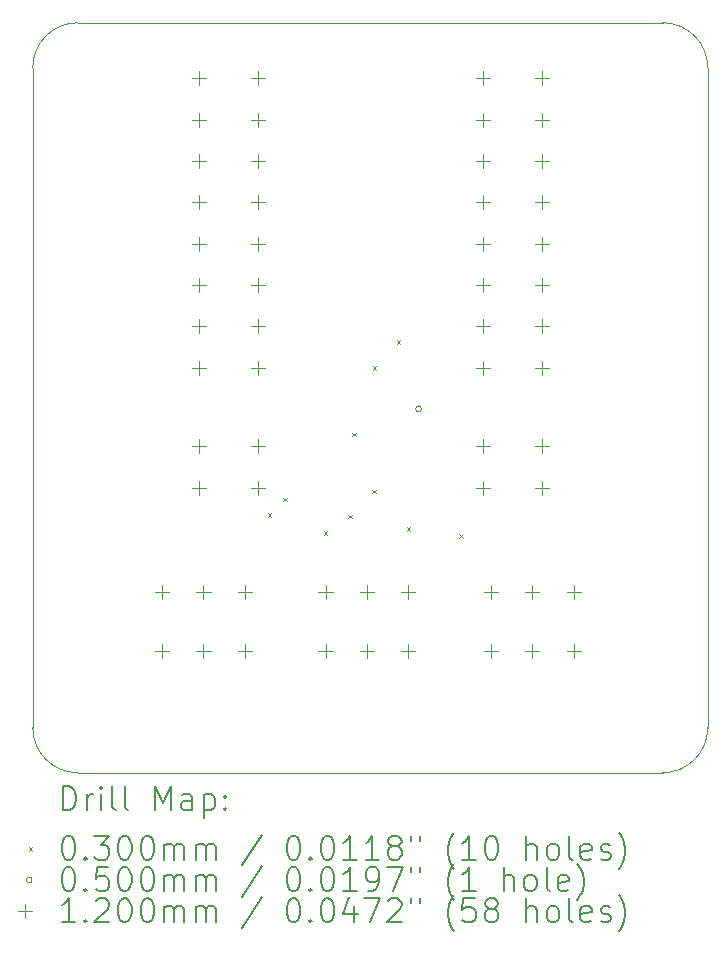
<source format=gbr>
%TF.GenerationSoftware,KiCad,Pcbnew,9.0.0*%
%TF.CreationDate,2025-02-28T23:24:24-08:00*%
%TF.ProjectId,Constellation STAR UAF V1.1,436f6e73-7465-46c6-9c61-74696f6e2053,rev?*%
%TF.SameCoordinates,Original*%
%TF.FileFunction,Drillmap*%
%TF.FilePolarity,Positive*%
%FSLAX45Y45*%
G04 Gerber Fmt 4.5, Leading zero omitted, Abs format (unit mm)*
G04 Created by KiCad (PCBNEW 9.0.0) date 2025-02-28 23:24:24*
%MOMM*%
%LPD*%
G01*
G04 APERTURE LIST*
%ADD10C,0.100000*%
%ADD11C,0.200000*%
%ADD12C,0.120000*%
G04 APERTURE END LIST*
D10*
X2540000Y-8509000D02*
X2540000Y-2921000D01*
X2921000Y-8890000D02*
G75*
G02*
X2540000Y-8509000I0J381000D01*
G01*
X8255000Y-8509000D02*
G75*
G02*
X7874000Y-8890000I-381000J0D01*
G01*
X2540000Y-2921000D02*
G75*
G02*
X2921000Y-2540000I381000J0D01*
G01*
X7874000Y-8890000D02*
X2921000Y-8890000D01*
X8255000Y-2921000D02*
X8255000Y-8509000D01*
X7874000Y-2540000D02*
G75*
G02*
X8255000Y-2921000I0J-381000D01*
G01*
X2921000Y-2540000D02*
X7874000Y-2540000D01*
D11*
D10*
X4530093Y-6692907D02*
X4560093Y-6722907D01*
X4560093Y-6692907D02*
X4530093Y-6722907D01*
X4660907Y-6562093D02*
X4690907Y-6592093D01*
X4690907Y-6562093D02*
X4660907Y-6592093D01*
X5004000Y-6845000D02*
X5034000Y-6875000D01*
X5034000Y-6845000D02*
X5004000Y-6875000D01*
X5212000Y-6705000D02*
X5242000Y-6735000D01*
X5242000Y-6705000D02*
X5212000Y-6735000D01*
X5246000Y-6013000D02*
X5276000Y-6043000D01*
X5276000Y-6013000D02*
X5246000Y-6043000D01*
X5413000Y-6494000D02*
X5443000Y-6524000D01*
X5443000Y-6494000D02*
X5413000Y-6524000D01*
X5419000Y-5447000D02*
X5449000Y-5477000D01*
X5449000Y-5447000D02*
X5419000Y-5477000D01*
X5621000Y-5228000D02*
X5651000Y-5258000D01*
X5651000Y-5228000D02*
X5621000Y-5258000D01*
X5705000Y-6811000D02*
X5735000Y-6841000D01*
X5735000Y-6811000D02*
X5705000Y-6841000D01*
X6150000Y-6870000D02*
X6180000Y-6900000D01*
X6180000Y-6870000D02*
X6150000Y-6900000D01*
X5831000Y-5809000D02*
G75*
G02*
X5781000Y-5809000I-25000J0D01*
G01*
X5781000Y-5809000D02*
G75*
G02*
X5831000Y-5809000I25000J0D01*
G01*
D12*
X3635000Y-7298000D02*
X3635000Y-7418000D01*
X3575000Y-7358000D02*
X3695000Y-7358000D01*
X3635000Y-7798000D02*
X3635000Y-7918000D01*
X3575000Y-7858000D02*
X3695000Y-7858000D01*
X3945000Y-2950999D02*
X3945000Y-3070999D01*
X3885000Y-3010999D02*
X4005000Y-3010999D01*
X3945000Y-3651000D02*
X3945000Y-3771000D01*
X3885000Y-3711000D02*
X4005000Y-3711000D01*
X3945000Y-4001000D02*
X3945000Y-4121000D01*
X3885000Y-4061000D02*
X4005000Y-4061000D01*
X3945000Y-4351000D02*
X3945000Y-4471000D01*
X3885000Y-4411000D02*
X4005000Y-4411000D01*
X3945000Y-4701000D02*
X3945000Y-4821000D01*
X3885000Y-4761000D02*
X4005000Y-4761000D01*
X3945000Y-5051000D02*
X3945000Y-5171000D01*
X3885000Y-5111000D02*
X4005000Y-5111000D01*
X3945000Y-5401000D02*
X3945000Y-5521000D01*
X3885000Y-5461000D02*
X4005000Y-5461000D01*
X3945000Y-6067000D02*
X3945000Y-6187000D01*
X3885000Y-6127000D02*
X4005000Y-6127000D01*
X3945000Y-6417000D02*
X3945000Y-6537000D01*
X3885000Y-6477000D02*
X4005000Y-6477000D01*
X3945000Y-3301000D02*
X3945000Y-3421000D01*
X3885000Y-3361000D02*
X4005000Y-3361000D01*
X3985000Y-7298000D02*
X3985000Y-7418000D01*
X3925000Y-7358000D02*
X4045000Y-7358000D01*
X3985000Y-7798000D02*
X3985000Y-7918000D01*
X3925000Y-7858000D02*
X4045000Y-7858000D01*
X4335000Y-7298000D02*
X4335000Y-7418000D01*
X4275000Y-7358000D02*
X4395000Y-7358000D01*
X4335000Y-7798000D02*
X4335000Y-7918000D01*
X4275000Y-7858000D02*
X4395000Y-7858000D01*
X4445000Y-2950999D02*
X4445000Y-3070999D01*
X4385000Y-3010999D02*
X4505000Y-3010999D01*
X4445000Y-3300999D02*
X4445000Y-3420999D01*
X4385000Y-3360999D02*
X4505000Y-3360999D01*
X4445000Y-3651000D02*
X4445000Y-3771000D01*
X4385000Y-3711000D02*
X4505000Y-3711000D01*
X4445000Y-4001000D02*
X4445000Y-4121000D01*
X4385000Y-4061000D02*
X4505000Y-4061000D01*
X4445000Y-4351000D02*
X4445000Y-4471000D01*
X4385000Y-4411000D02*
X4505000Y-4411000D01*
X4445000Y-4701000D02*
X4445000Y-4821000D01*
X4385000Y-4761000D02*
X4505000Y-4761000D01*
X4445000Y-5051000D02*
X4445000Y-5171000D01*
X4385000Y-5111000D02*
X4505000Y-5111000D01*
X4445000Y-5401000D02*
X4445000Y-5521000D01*
X4385000Y-5461000D02*
X4505000Y-5461000D01*
X4445000Y-6067000D02*
X4445000Y-6187000D01*
X4385000Y-6127000D02*
X4505000Y-6127000D01*
X4445000Y-6417000D02*
X4445000Y-6537000D01*
X4385000Y-6477000D02*
X4505000Y-6477000D01*
X5019000Y-7298000D02*
X5019000Y-7418000D01*
X4959000Y-7358000D02*
X5079000Y-7358000D01*
X5019000Y-7798000D02*
X5019000Y-7918000D01*
X4959000Y-7858000D02*
X5079000Y-7858000D01*
X5369000Y-7298000D02*
X5369000Y-7418000D01*
X5309000Y-7358000D02*
X5429000Y-7358000D01*
X5369000Y-7798000D02*
X5369000Y-7918000D01*
X5309000Y-7858000D02*
X5429000Y-7858000D01*
X5719000Y-7298000D02*
X5719000Y-7418000D01*
X5659000Y-7358000D02*
X5779000Y-7358000D01*
X5719000Y-7798000D02*
X5719000Y-7918000D01*
X5659000Y-7858000D02*
X5779000Y-7858000D01*
X6350000Y-2950999D02*
X6350000Y-3070999D01*
X6290000Y-3010999D02*
X6410000Y-3010999D01*
X6350000Y-3301000D02*
X6350000Y-3421000D01*
X6290000Y-3361000D02*
X6410000Y-3361000D01*
X6350000Y-3651000D02*
X6350000Y-3771000D01*
X6290000Y-3711000D02*
X6410000Y-3711000D01*
X6350000Y-4001000D02*
X6350000Y-4121000D01*
X6290000Y-4061000D02*
X6410000Y-4061000D01*
X6350000Y-4351000D02*
X6350000Y-4471000D01*
X6290000Y-4411000D02*
X6410000Y-4411000D01*
X6350000Y-4701000D02*
X6350000Y-4821000D01*
X6290000Y-4761000D02*
X6410000Y-4761000D01*
X6350000Y-5051000D02*
X6350000Y-5171000D01*
X6290000Y-5111000D02*
X6410000Y-5111000D01*
X6350000Y-5401000D02*
X6350000Y-5521000D01*
X6290000Y-5461000D02*
X6410000Y-5461000D01*
X6350000Y-6067000D02*
X6350000Y-6187000D01*
X6290000Y-6127000D02*
X6410000Y-6127000D01*
X6350000Y-6417000D02*
X6350000Y-6537000D01*
X6290000Y-6477000D02*
X6410000Y-6477000D01*
X6419500Y-7298000D02*
X6419500Y-7418000D01*
X6359500Y-7358000D02*
X6479500Y-7358000D01*
X6419500Y-7798000D02*
X6419500Y-7918000D01*
X6359500Y-7858000D02*
X6479500Y-7858000D01*
X6769500Y-7298000D02*
X6769500Y-7418000D01*
X6709500Y-7358000D02*
X6829500Y-7358000D01*
X6769500Y-7798000D02*
X6769500Y-7918000D01*
X6709500Y-7858000D02*
X6829500Y-7858000D01*
X6850000Y-5051000D02*
X6850000Y-5171000D01*
X6790000Y-5111000D02*
X6910000Y-5111000D01*
X6850000Y-2950999D02*
X6850000Y-3070999D01*
X6790000Y-3010999D02*
X6910000Y-3010999D01*
X6850000Y-3301000D02*
X6850000Y-3421000D01*
X6790000Y-3361000D02*
X6910000Y-3361000D01*
X6850000Y-3651000D02*
X6850000Y-3771000D01*
X6790000Y-3711000D02*
X6910000Y-3711000D01*
X6850000Y-4001000D02*
X6850000Y-4121000D01*
X6790000Y-4061000D02*
X6910000Y-4061000D01*
X6850000Y-4351000D02*
X6850000Y-4471000D01*
X6790000Y-4411000D02*
X6910000Y-4411000D01*
X6850000Y-4701000D02*
X6850000Y-4821000D01*
X6790000Y-4761000D02*
X6910000Y-4761000D01*
X6850000Y-5401000D02*
X6850000Y-5521000D01*
X6790000Y-5461000D02*
X6910000Y-5461000D01*
X6850000Y-6067000D02*
X6850000Y-6187000D01*
X6790000Y-6127000D02*
X6910000Y-6127000D01*
X6850000Y-6417000D02*
X6850000Y-6537000D01*
X6790000Y-6477000D02*
X6910000Y-6477000D01*
X7119500Y-7298000D02*
X7119500Y-7418000D01*
X7059500Y-7358000D02*
X7179500Y-7358000D01*
X7119500Y-7798000D02*
X7119500Y-7918000D01*
X7059500Y-7858000D02*
X7179500Y-7858000D01*
D11*
X2795777Y-9206484D02*
X2795777Y-9006484D01*
X2795777Y-9006484D02*
X2843396Y-9006484D01*
X2843396Y-9006484D02*
X2871967Y-9016008D01*
X2871967Y-9016008D02*
X2891015Y-9035055D01*
X2891015Y-9035055D02*
X2900539Y-9054103D01*
X2900539Y-9054103D02*
X2910062Y-9092198D01*
X2910062Y-9092198D02*
X2910062Y-9120770D01*
X2910062Y-9120770D02*
X2900539Y-9158865D01*
X2900539Y-9158865D02*
X2891015Y-9177912D01*
X2891015Y-9177912D02*
X2871967Y-9196960D01*
X2871967Y-9196960D02*
X2843396Y-9206484D01*
X2843396Y-9206484D02*
X2795777Y-9206484D01*
X2995777Y-9206484D02*
X2995777Y-9073150D01*
X2995777Y-9111246D02*
X3005301Y-9092198D01*
X3005301Y-9092198D02*
X3014824Y-9082674D01*
X3014824Y-9082674D02*
X3033872Y-9073150D01*
X3033872Y-9073150D02*
X3052920Y-9073150D01*
X3119586Y-9206484D02*
X3119586Y-9073150D01*
X3119586Y-9006484D02*
X3110062Y-9016008D01*
X3110062Y-9016008D02*
X3119586Y-9025531D01*
X3119586Y-9025531D02*
X3129110Y-9016008D01*
X3129110Y-9016008D02*
X3119586Y-9006484D01*
X3119586Y-9006484D02*
X3119586Y-9025531D01*
X3243396Y-9206484D02*
X3224348Y-9196960D01*
X3224348Y-9196960D02*
X3214824Y-9177912D01*
X3214824Y-9177912D02*
X3214824Y-9006484D01*
X3348158Y-9206484D02*
X3329110Y-9196960D01*
X3329110Y-9196960D02*
X3319586Y-9177912D01*
X3319586Y-9177912D02*
X3319586Y-9006484D01*
X3576729Y-9206484D02*
X3576729Y-9006484D01*
X3576729Y-9006484D02*
X3643396Y-9149341D01*
X3643396Y-9149341D02*
X3710062Y-9006484D01*
X3710062Y-9006484D02*
X3710062Y-9206484D01*
X3891015Y-9206484D02*
X3891015Y-9101722D01*
X3891015Y-9101722D02*
X3881491Y-9082674D01*
X3881491Y-9082674D02*
X3862443Y-9073150D01*
X3862443Y-9073150D02*
X3824348Y-9073150D01*
X3824348Y-9073150D02*
X3805301Y-9082674D01*
X3891015Y-9196960D02*
X3871967Y-9206484D01*
X3871967Y-9206484D02*
X3824348Y-9206484D01*
X3824348Y-9206484D02*
X3805301Y-9196960D01*
X3805301Y-9196960D02*
X3795777Y-9177912D01*
X3795777Y-9177912D02*
X3795777Y-9158865D01*
X3795777Y-9158865D02*
X3805301Y-9139817D01*
X3805301Y-9139817D02*
X3824348Y-9130293D01*
X3824348Y-9130293D02*
X3871967Y-9130293D01*
X3871967Y-9130293D02*
X3891015Y-9120770D01*
X3986253Y-9073150D02*
X3986253Y-9273150D01*
X3986253Y-9082674D02*
X4005301Y-9073150D01*
X4005301Y-9073150D02*
X4043396Y-9073150D01*
X4043396Y-9073150D02*
X4062443Y-9082674D01*
X4062443Y-9082674D02*
X4071967Y-9092198D01*
X4071967Y-9092198D02*
X4081491Y-9111246D01*
X4081491Y-9111246D02*
X4081491Y-9168389D01*
X4081491Y-9168389D02*
X4071967Y-9187436D01*
X4071967Y-9187436D02*
X4062443Y-9196960D01*
X4062443Y-9196960D02*
X4043396Y-9206484D01*
X4043396Y-9206484D02*
X4005301Y-9206484D01*
X4005301Y-9206484D02*
X3986253Y-9196960D01*
X4167205Y-9187436D02*
X4176729Y-9196960D01*
X4176729Y-9196960D02*
X4167205Y-9206484D01*
X4167205Y-9206484D02*
X4157682Y-9196960D01*
X4157682Y-9196960D02*
X4167205Y-9187436D01*
X4167205Y-9187436D02*
X4167205Y-9206484D01*
X4167205Y-9082674D02*
X4176729Y-9092198D01*
X4176729Y-9092198D02*
X4167205Y-9101722D01*
X4167205Y-9101722D02*
X4157682Y-9092198D01*
X4157682Y-9092198D02*
X4167205Y-9082674D01*
X4167205Y-9082674D02*
X4167205Y-9101722D01*
D10*
X2505000Y-9520000D02*
X2535000Y-9550000D01*
X2535000Y-9520000D02*
X2505000Y-9550000D01*
D11*
X2833872Y-9426484D02*
X2852920Y-9426484D01*
X2852920Y-9426484D02*
X2871967Y-9436008D01*
X2871967Y-9436008D02*
X2881491Y-9445531D01*
X2881491Y-9445531D02*
X2891015Y-9464579D01*
X2891015Y-9464579D02*
X2900539Y-9502674D01*
X2900539Y-9502674D02*
X2900539Y-9550293D01*
X2900539Y-9550293D02*
X2891015Y-9588389D01*
X2891015Y-9588389D02*
X2881491Y-9607436D01*
X2881491Y-9607436D02*
X2871967Y-9616960D01*
X2871967Y-9616960D02*
X2852920Y-9626484D01*
X2852920Y-9626484D02*
X2833872Y-9626484D01*
X2833872Y-9626484D02*
X2814824Y-9616960D01*
X2814824Y-9616960D02*
X2805301Y-9607436D01*
X2805301Y-9607436D02*
X2795777Y-9588389D01*
X2795777Y-9588389D02*
X2786253Y-9550293D01*
X2786253Y-9550293D02*
X2786253Y-9502674D01*
X2786253Y-9502674D02*
X2795777Y-9464579D01*
X2795777Y-9464579D02*
X2805301Y-9445531D01*
X2805301Y-9445531D02*
X2814824Y-9436008D01*
X2814824Y-9436008D02*
X2833872Y-9426484D01*
X2986253Y-9607436D02*
X2995777Y-9616960D01*
X2995777Y-9616960D02*
X2986253Y-9626484D01*
X2986253Y-9626484D02*
X2976729Y-9616960D01*
X2976729Y-9616960D02*
X2986253Y-9607436D01*
X2986253Y-9607436D02*
X2986253Y-9626484D01*
X3062443Y-9426484D02*
X3186253Y-9426484D01*
X3186253Y-9426484D02*
X3119586Y-9502674D01*
X3119586Y-9502674D02*
X3148158Y-9502674D01*
X3148158Y-9502674D02*
X3167205Y-9512198D01*
X3167205Y-9512198D02*
X3176729Y-9521722D01*
X3176729Y-9521722D02*
X3186253Y-9540770D01*
X3186253Y-9540770D02*
X3186253Y-9588389D01*
X3186253Y-9588389D02*
X3176729Y-9607436D01*
X3176729Y-9607436D02*
X3167205Y-9616960D01*
X3167205Y-9616960D02*
X3148158Y-9626484D01*
X3148158Y-9626484D02*
X3091015Y-9626484D01*
X3091015Y-9626484D02*
X3071967Y-9616960D01*
X3071967Y-9616960D02*
X3062443Y-9607436D01*
X3310062Y-9426484D02*
X3329110Y-9426484D01*
X3329110Y-9426484D02*
X3348158Y-9436008D01*
X3348158Y-9436008D02*
X3357682Y-9445531D01*
X3357682Y-9445531D02*
X3367205Y-9464579D01*
X3367205Y-9464579D02*
X3376729Y-9502674D01*
X3376729Y-9502674D02*
X3376729Y-9550293D01*
X3376729Y-9550293D02*
X3367205Y-9588389D01*
X3367205Y-9588389D02*
X3357682Y-9607436D01*
X3357682Y-9607436D02*
X3348158Y-9616960D01*
X3348158Y-9616960D02*
X3329110Y-9626484D01*
X3329110Y-9626484D02*
X3310062Y-9626484D01*
X3310062Y-9626484D02*
X3291015Y-9616960D01*
X3291015Y-9616960D02*
X3281491Y-9607436D01*
X3281491Y-9607436D02*
X3271967Y-9588389D01*
X3271967Y-9588389D02*
X3262443Y-9550293D01*
X3262443Y-9550293D02*
X3262443Y-9502674D01*
X3262443Y-9502674D02*
X3271967Y-9464579D01*
X3271967Y-9464579D02*
X3281491Y-9445531D01*
X3281491Y-9445531D02*
X3291015Y-9436008D01*
X3291015Y-9436008D02*
X3310062Y-9426484D01*
X3500539Y-9426484D02*
X3519586Y-9426484D01*
X3519586Y-9426484D02*
X3538634Y-9436008D01*
X3538634Y-9436008D02*
X3548158Y-9445531D01*
X3548158Y-9445531D02*
X3557682Y-9464579D01*
X3557682Y-9464579D02*
X3567205Y-9502674D01*
X3567205Y-9502674D02*
X3567205Y-9550293D01*
X3567205Y-9550293D02*
X3557682Y-9588389D01*
X3557682Y-9588389D02*
X3548158Y-9607436D01*
X3548158Y-9607436D02*
X3538634Y-9616960D01*
X3538634Y-9616960D02*
X3519586Y-9626484D01*
X3519586Y-9626484D02*
X3500539Y-9626484D01*
X3500539Y-9626484D02*
X3481491Y-9616960D01*
X3481491Y-9616960D02*
X3471967Y-9607436D01*
X3471967Y-9607436D02*
X3462443Y-9588389D01*
X3462443Y-9588389D02*
X3452920Y-9550293D01*
X3452920Y-9550293D02*
X3452920Y-9502674D01*
X3452920Y-9502674D02*
X3462443Y-9464579D01*
X3462443Y-9464579D02*
X3471967Y-9445531D01*
X3471967Y-9445531D02*
X3481491Y-9436008D01*
X3481491Y-9436008D02*
X3500539Y-9426484D01*
X3652920Y-9626484D02*
X3652920Y-9493150D01*
X3652920Y-9512198D02*
X3662443Y-9502674D01*
X3662443Y-9502674D02*
X3681491Y-9493150D01*
X3681491Y-9493150D02*
X3710063Y-9493150D01*
X3710063Y-9493150D02*
X3729110Y-9502674D01*
X3729110Y-9502674D02*
X3738634Y-9521722D01*
X3738634Y-9521722D02*
X3738634Y-9626484D01*
X3738634Y-9521722D02*
X3748158Y-9502674D01*
X3748158Y-9502674D02*
X3767205Y-9493150D01*
X3767205Y-9493150D02*
X3795777Y-9493150D01*
X3795777Y-9493150D02*
X3814824Y-9502674D01*
X3814824Y-9502674D02*
X3824348Y-9521722D01*
X3824348Y-9521722D02*
X3824348Y-9626484D01*
X3919586Y-9626484D02*
X3919586Y-9493150D01*
X3919586Y-9512198D02*
X3929110Y-9502674D01*
X3929110Y-9502674D02*
X3948158Y-9493150D01*
X3948158Y-9493150D02*
X3976729Y-9493150D01*
X3976729Y-9493150D02*
X3995777Y-9502674D01*
X3995777Y-9502674D02*
X4005301Y-9521722D01*
X4005301Y-9521722D02*
X4005301Y-9626484D01*
X4005301Y-9521722D02*
X4014824Y-9502674D01*
X4014824Y-9502674D02*
X4033872Y-9493150D01*
X4033872Y-9493150D02*
X4062443Y-9493150D01*
X4062443Y-9493150D02*
X4081491Y-9502674D01*
X4081491Y-9502674D02*
X4091015Y-9521722D01*
X4091015Y-9521722D02*
X4091015Y-9626484D01*
X4481491Y-9416960D02*
X4310063Y-9674103D01*
X4738634Y-9426484D02*
X4757682Y-9426484D01*
X4757682Y-9426484D02*
X4776729Y-9436008D01*
X4776729Y-9436008D02*
X4786253Y-9445531D01*
X4786253Y-9445531D02*
X4795777Y-9464579D01*
X4795777Y-9464579D02*
X4805301Y-9502674D01*
X4805301Y-9502674D02*
X4805301Y-9550293D01*
X4805301Y-9550293D02*
X4795777Y-9588389D01*
X4795777Y-9588389D02*
X4786253Y-9607436D01*
X4786253Y-9607436D02*
X4776729Y-9616960D01*
X4776729Y-9616960D02*
X4757682Y-9626484D01*
X4757682Y-9626484D02*
X4738634Y-9626484D01*
X4738634Y-9626484D02*
X4719587Y-9616960D01*
X4719587Y-9616960D02*
X4710063Y-9607436D01*
X4710063Y-9607436D02*
X4700539Y-9588389D01*
X4700539Y-9588389D02*
X4691015Y-9550293D01*
X4691015Y-9550293D02*
X4691015Y-9502674D01*
X4691015Y-9502674D02*
X4700539Y-9464579D01*
X4700539Y-9464579D02*
X4710063Y-9445531D01*
X4710063Y-9445531D02*
X4719587Y-9436008D01*
X4719587Y-9436008D02*
X4738634Y-9426484D01*
X4891015Y-9607436D02*
X4900539Y-9616960D01*
X4900539Y-9616960D02*
X4891015Y-9626484D01*
X4891015Y-9626484D02*
X4881491Y-9616960D01*
X4881491Y-9616960D02*
X4891015Y-9607436D01*
X4891015Y-9607436D02*
X4891015Y-9626484D01*
X5024348Y-9426484D02*
X5043396Y-9426484D01*
X5043396Y-9426484D02*
X5062444Y-9436008D01*
X5062444Y-9436008D02*
X5071968Y-9445531D01*
X5071968Y-9445531D02*
X5081491Y-9464579D01*
X5081491Y-9464579D02*
X5091015Y-9502674D01*
X5091015Y-9502674D02*
X5091015Y-9550293D01*
X5091015Y-9550293D02*
X5081491Y-9588389D01*
X5081491Y-9588389D02*
X5071968Y-9607436D01*
X5071968Y-9607436D02*
X5062444Y-9616960D01*
X5062444Y-9616960D02*
X5043396Y-9626484D01*
X5043396Y-9626484D02*
X5024348Y-9626484D01*
X5024348Y-9626484D02*
X5005301Y-9616960D01*
X5005301Y-9616960D02*
X4995777Y-9607436D01*
X4995777Y-9607436D02*
X4986253Y-9588389D01*
X4986253Y-9588389D02*
X4976729Y-9550293D01*
X4976729Y-9550293D02*
X4976729Y-9502674D01*
X4976729Y-9502674D02*
X4986253Y-9464579D01*
X4986253Y-9464579D02*
X4995777Y-9445531D01*
X4995777Y-9445531D02*
X5005301Y-9436008D01*
X5005301Y-9436008D02*
X5024348Y-9426484D01*
X5281491Y-9626484D02*
X5167206Y-9626484D01*
X5224348Y-9626484D02*
X5224348Y-9426484D01*
X5224348Y-9426484D02*
X5205301Y-9455055D01*
X5205301Y-9455055D02*
X5186253Y-9474103D01*
X5186253Y-9474103D02*
X5167206Y-9483627D01*
X5471968Y-9626484D02*
X5357682Y-9626484D01*
X5414825Y-9626484D02*
X5414825Y-9426484D01*
X5414825Y-9426484D02*
X5395777Y-9455055D01*
X5395777Y-9455055D02*
X5376729Y-9474103D01*
X5376729Y-9474103D02*
X5357682Y-9483627D01*
X5586253Y-9512198D02*
X5567206Y-9502674D01*
X5567206Y-9502674D02*
X5557682Y-9493150D01*
X5557682Y-9493150D02*
X5548158Y-9474103D01*
X5548158Y-9474103D02*
X5548158Y-9464579D01*
X5548158Y-9464579D02*
X5557682Y-9445531D01*
X5557682Y-9445531D02*
X5567206Y-9436008D01*
X5567206Y-9436008D02*
X5586253Y-9426484D01*
X5586253Y-9426484D02*
X5624348Y-9426484D01*
X5624348Y-9426484D02*
X5643396Y-9436008D01*
X5643396Y-9436008D02*
X5652920Y-9445531D01*
X5652920Y-9445531D02*
X5662444Y-9464579D01*
X5662444Y-9464579D02*
X5662444Y-9474103D01*
X5662444Y-9474103D02*
X5652920Y-9493150D01*
X5652920Y-9493150D02*
X5643396Y-9502674D01*
X5643396Y-9502674D02*
X5624348Y-9512198D01*
X5624348Y-9512198D02*
X5586253Y-9512198D01*
X5586253Y-9512198D02*
X5567206Y-9521722D01*
X5567206Y-9521722D02*
X5557682Y-9531246D01*
X5557682Y-9531246D02*
X5548158Y-9550293D01*
X5548158Y-9550293D02*
X5548158Y-9588389D01*
X5548158Y-9588389D02*
X5557682Y-9607436D01*
X5557682Y-9607436D02*
X5567206Y-9616960D01*
X5567206Y-9616960D02*
X5586253Y-9626484D01*
X5586253Y-9626484D02*
X5624348Y-9626484D01*
X5624348Y-9626484D02*
X5643396Y-9616960D01*
X5643396Y-9616960D02*
X5652920Y-9607436D01*
X5652920Y-9607436D02*
X5662444Y-9588389D01*
X5662444Y-9588389D02*
X5662444Y-9550293D01*
X5662444Y-9550293D02*
X5652920Y-9531246D01*
X5652920Y-9531246D02*
X5643396Y-9521722D01*
X5643396Y-9521722D02*
X5624348Y-9512198D01*
X5738634Y-9426484D02*
X5738634Y-9464579D01*
X5814825Y-9426484D02*
X5814825Y-9464579D01*
X6110063Y-9702674D02*
X6100539Y-9693150D01*
X6100539Y-9693150D02*
X6081491Y-9664579D01*
X6081491Y-9664579D02*
X6071968Y-9645531D01*
X6071968Y-9645531D02*
X6062444Y-9616960D01*
X6062444Y-9616960D02*
X6052920Y-9569341D01*
X6052920Y-9569341D02*
X6052920Y-9531246D01*
X6052920Y-9531246D02*
X6062444Y-9483627D01*
X6062444Y-9483627D02*
X6071968Y-9455055D01*
X6071968Y-9455055D02*
X6081491Y-9436008D01*
X6081491Y-9436008D02*
X6100539Y-9407436D01*
X6100539Y-9407436D02*
X6110063Y-9397912D01*
X6291015Y-9626484D02*
X6176729Y-9626484D01*
X6233872Y-9626484D02*
X6233872Y-9426484D01*
X6233872Y-9426484D02*
X6214825Y-9455055D01*
X6214825Y-9455055D02*
X6195777Y-9474103D01*
X6195777Y-9474103D02*
X6176729Y-9483627D01*
X6414825Y-9426484D02*
X6433872Y-9426484D01*
X6433872Y-9426484D02*
X6452920Y-9436008D01*
X6452920Y-9436008D02*
X6462444Y-9445531D01*
X6462444Y-9445531D02*
X6471968Y-9464579D01*
X6471968Y-9464579D02*
X6481491Y-9502674D01*
X6481491Y-9502674D02*
X6481491Y-9550293D01*
X6481491Y-9550293D02*
X6471968Y-9588389D01*
X6471968Y-9588389D02*
X6462444Y-9607436D01*
X6462444Y-9607436D02*
X6452920Y-9616960D01*
X6452920Y-9616960D02*
X6433872Y-9626484D01*
X6433872Y-9626484D02*
X6414825Y-9626484D01*
X6414825Y-9626484D02*
X6395777Y-9616960D01*
X6395777Y-9616960D02*
X6386253Y-9607436D01*
X6386253Y-9607436D02*
X6376729Y-9588389D01*
X6376729Y-9588389D02*
X6367206Y-9550293D01*
X6367206Y-9550293D02*
X6367206Y-9502674D01*
X6367206Y-9502674D02*
X6376729Y-9464579D01*
X6376729Y-9464579D02*
X6386253Y-9445531D01*
X6386253Y-9445531D02*
X6395777Y-9436008D01*
X6395777Y-9436008D02*
X6414825Y-9426484D01*
X6719587Y-9626484D02*
X6719587Y-9426484D01*
X6805301Y-9626484D02*
X6805301Y-9521722D01*
X6805301Y-9521722D02*
X6795777Y-9502674D01*
X6795777Y-9502674D02*
X6776730Y-9493150D01*
X6776730Y-9493150D02*
X6748158Y-9493150D01*
X6748158Y-9493150D02*
X6729110Y-9502674D01*
X6729110Y-9502674D02*
X6719587Y-9512198D01*
X6929110Y-9626484D02*
X6910063Y-9616960D01*
X6910063Y-9616960D02*
X6900539Y-9607436D01*
X6900539Y-9607436D02*
X6891015Y-9588389D01*
X6891015Y-9588389D02*
X6891015Y-9531246D01*
X6891015Y-9531246D02*
X6900539Y-9512198D01*
X6900539Y-9512198D02*
X6910063Y-9502674D01*
X6910063Y-9502674D02*
X6929110Y-9493150D01*
X6929110Y-9493150D02*
X6957682Y-9493150D01*
X6957682Y-9493150D02*
X6976730Y-9502674D01*
X6976730Y-9502674D02*
X6986253Y-9512198D01*
X6986253Y-9512198D02*
X6995777Y-9531246D01*
X6995777Y-9531246D02*
X6995777Y-9588389D01*
X6995777Y-9588389D02*
X6986253Y-9607436D01*
X6986253Y-9607436D02*
X6976730Y-9616960D01*
X6976730Y-9616960D02*
X6957682Y-9626484D01*
X6957682Y-9626484D02*
X6929110Y-9626484D01*
X7110063Y-9626484D02*
X7091015Y-9616960D01*
X7091015Y-9616960D02*
X7081491Y-9597912D01*
X7081491Y-9597912D02*
X7081491Y-9426484D01*
X7262444Y-9616960D02*
X7243396Y-9626484D01*
X7243396Y-9626484D02*
X7205301Y-9626484D01*
X7205301Y-9626484D02*
X7186253Y-9616960D01*
X7186253Y-9616960D02*
X7176730Y-9597912D01*
X7176730Y-9597912D02*
X7176730Y-9521722D01*
X7176730Y-9521722D02*
X7186253Y-9502674D01*
X7186253Y-9502674D02*
X7205301Y-9493150D01*
X7205301Y-9493150D02*
X7243396Y-9493150D01*
X7243396Y-9493150D02*
X7262444Y-9502674D01*
X7262444Y-9502674D02*
X7271968Y-9521722D01*
X7271968Y-9521722D02*
X7271968Y-9540770D01*
X7271968Y-9540770D02*
X7176730Y-9559817D01*
X7348158Y-9616960D02*
X7367206Y-9626484D01*
X7367206Y-9626484D02*
X7405301Y-9626484D01*
X7405301Y-9626484D02*
X7424349Y-9616960D01*
X7424349Y-9616960D02*
X7433872Y-9597912D01*
X7433872Y-9597912D02*
X7433872Y-9588389D01*
X7433872Y-9588389D02*
X7424349Y-9569341D01*
X7424349Y-9569341D02*
X7405301Y-9559817D01*
X7405301Y-9559817D02*
X7376730Y-9559817D01*
X7376730Y-9559817D02*
X7357682Y-9550293D01*
X7357682Y-9550293D02*
X7348158Y-9531246D01*
X7348158Y-9531246D02*
X7348158Y-9521722D01*
X7348158Y-9521722D02*
X7357682Y-9502674D01*
X7357682Y-9502674D02*
X7376730Y-9493150D01*
X7376730Y-9493150D02*
X7405301Y-9493150D01*
X7405301Y-9493150D02*
X7424349Y-9502674D01*
X7500539Y-9702674D02*
X7510063Y-9693150D01*
X7510063Y-9693150D02*
X7529111Y-9664579D01*
X7529111Y-9664579D02*
X7538634Y-9645531D01*
X7538634Y-9645531D02*
X7548158Y-9616960D01*
X7548158Y-9616960D02*
X7557682Y-9569341D01*
X7557682Y-9569341D02*
X7557682Y-9531246D01*
X7557682Y-9531246D02*
X7548158Y-9483627D01*
X7548158Y-9483627D02*
X7538634Y-9455055D01*
X7538634Y-9455055D02*
X7529111Y-9436008D01*
X7529111Y-9436008D02*
X7510063Y-9407436D01*
X7510063Y-9407436D02*
X7500539Y-9397912D01*
D10*
X2535000Y-9799000D02*
G75*
G02*
X2485000Y-9799000I-25000J0D01*
G01*
X2485000Y-9799000D02*
G75*
G02*
X2535000Y-9799000I25000J0D01*
G01*
D11*
X2833872Y-9690484D02*
X2852920Y-9690484D01*
X2852920Y-9690484D02*
X2871967Y-9700008D01*
X2871967Y-9700008D02*
X2881491Y-9709531D01*
X2881491Y-9709531D02*
X2891015Y-9728579D01*
X2891015Y-9728579D02*
X2900539Y-9766674D01*
X2900539Y-9766674D02*
X2900539Y-9814293D01*
X2900539Y-9814293D02*
X2891015Y-9852389D01*
X2891015Y-9852389D02*
X2881491Y-9871436D01*
X2881491Y-9871436D02*
X2871967Y-9880960D01*
X2871967Y-9880960D02*
X2852920Y-9890484D01*
X2852920Y-9890484D02*
X2833872Y-9890484D01*
X2833872Y-9890484D02*
X2814824Y-9880960D01*
X2814824Y-9880960D02*
X2805301Y-9871436D01*
X2805301Y-9871436D02*
X2795777Y-9852389D01*
X2795777Y-9852389D02*
X2786253Y-9814293D01*
X2786253Y-9814293D02*
X2786253Y-9766674D01*
X2786253Y-9766674D02*
X2795777Y-9728579D01*
X2795777Y-9728579D02*
X2805301Y-9709531D01*
X2805301Y-9709531D02*
X2814824Y-9700008D01*
X2814824Y-9700008D02*
X2833872Y-9690484D01*
X2986253Y-9871436D02*
X2995777Y-9880960D01*
X2995777Y-9880960D02*
X2986253Y-9890484D01*
X2986253Y-9890484D02*
X2976729Y-9880960D01*
X2976729Y-9880960D02*
X2986253Y-9871436D01*
X2986253Y-9871436D02*
X2986253Y-9890484D01*
X3176729Y-9690484D02*
X3081491Y-9690484D01*
X3081491Y-9690484D02*
X3071967Y-9785722D01*
X3071967Y-9785722D02*
X3081491Y-9776198D01*
X3081491Y-9776198D02*
X3100539Y-9766674D01*
X3100539Y-9766674D02*
X3148158Y-9766674D01*
X3148158Y-9766674D02*
X3167205Y-9776198D01*
X3167205Y-9776198D02*
X3176729Y-9785722D01*
X3176729Y-9785722D02*
X3186253Y-9804770D01*
X3186253Y-9804770D02*
X3186253Y-9852389D01*
X3186253Y-9852389D02*
X3176729Y-9871436D01*
X3176729Y-9871436D02*
X3167205Y-9880960D01*
X3167205Y-9880960D02*
X3148158Y-9890484D01*
X3148158Y-9890484D02*
X3100539Y-9890484D01*
X3100539Y-9890484D02*
X3081491Y-9880960D01*
X3081491Y-9880960D02*
X3071967Y-9871436D01*
X3310062Y-9690484D02*
X3329110Y-9690484D01*
X3329110Y-9690484D02*
X3348158Y-9700008D01*
X3348158Y-9700008D02*
X3357682Y-9709531D01*
X3357682Y-9709531D02*
X3367205Y-9728579D01*
X3367205Y-9728579D02*
X3376729Y-9766674D01*
X3376729Y-9766674D02*
X3376729Y-9814293D01*
X3376729Y-9814293D02*
X3367205Y-9852389D01*
X3367205Y-9852389D02*
X3357682Y-9871436D01*
X3357682Y-9871436D02*
X3348158Y-9880960D01*
X3348158Y-9880960D02*
X3329110Y-9890484D01*
X3329110Y-9890484D02*
X3310062Y-9890484D01*
X3310062Y-9890484D02*
X3291015Y-9880960D01*
X3291015Y-9880960D02*
X3281491Y-9871436D01*
X3281491Y-9871436D02*
X3271967Y-9852389D01*
X3271967Y-9852389D02*
X3262443Y-9814293D01*
X3262443Y-9814293D02*
X3262443Y-9766674D01*
X3262443Y-9766674D02*
X3271967Y-9728579D01*
X3271967Y-9728579D02*
X3281491Y-9709531D01*
X3281491Y-9709531D02*
X3291015Y-9700008D01*
X3291015Y-9700008D02*
X3310062Y-9690484D01*
X3500539Y-9690484D02*
X3519586Y-9690484D01*
X3519586Y-9690484D02*
X3538634Y-9700008D01*
X3538634Y-9700008D02*
X3548158Y-9709531D01*
X3548158Y-9709531D02*
X3557682Y-9728579D01*
X3557682Y-9728579D02*
X3567205Y-9766674D01*
X3567205Y-9766674D02*
X3567205Y-9814293D01*
X3567205Y-9814293D02*
X3557682Y-9852389D01*
X3557682Y-9852389D02*
X3548158Y-9871436D01*
X3548158Y-9871436D02*
X3538634Y-9880960D01*
X3538634Y-9880960D02*
X3519586Y-9890484D01*
X3519586Y-9890484D02*
X3500539Y-9890484D01*
X3500539Y-9890484D02*
X3481491Y-9880960D01*
X3481491Y-9880960D02*
X3471967Y-9871436D01*
X3471967Y-9871436D02*
X3462443Y-9852389D01*
X3462443Y-9852389D02*
X3452920Y-9814293D01*
X3452920Y-9814293D02*
X3452920Y-9766674D01*
X3452920Y-9766674D02*
X3462443Y-9728579D01*
X3462443Y-9728579D02*
X3471967Y-9709531D01*
X3471967Y-9709531D02*
X3481491Y-9700008D01*
X3481491Y-9700008D02*
X3500539Y-9690484D01*
X3652920Y-9890484D02*
X3652920Y-9757150D01*
X3652920Y-9776198D02*
X3662443Y-9766674D01*
X3662443Y-9766674D02*
X3681491Y-9757150D01*
X3681491Y-9757150D02*
X3710063Y-9757150D01*
X3710063Y-9757150D02*
X3729110Y-9766674D01*
X3729110Y-9766674D02*
X3738634Y-9785722D01*
X3738634Y-9785722D02*
X3738634Y-9890484D01*
X3738634Y-9785722D02*
X3748158Y-9766674D01*
X3748158Y-9766674D02*
X3767205Y-9757150D01*
X3767205Y-9757150D02*
X3795777Y-9757150D01*
X3795777Y-9757150D02*
X3814824Y-9766674D01*
X3814824Y-9766674D02*
X3824348Y-9785722D01*
X3824348Y-9785722D02*
X3824348Y-9890484D01*
X3919586Y-9890484D02*
X3919586Y-9757150D01*
X3919586Y-9776198D02*
X3929110Y-9766674D01*
X3929110Y-9766674D02*
X3948158Y-9757150D01*
X3948158Y-9757150D02*
X3976729Y-9757150D01*
X3976729Y-9757150D02*
X3995777Y-9766674D01*
X3995777Y-9766674D02*
X4005301Y-9785722D01*
X4005301Y-9785722D02*
X4005301Y-9890484D01*
X4005301Y-9785722D02*
X4014824Y-9766674D01*
X4014824Y-9766674D02*
X4033872Y-9757150D01*
X4033872Y-9757150D02*
X4062443Y-9757150D01*
X4062443Y-9757150D02*
X4081491Y-9766674D01*
X4081491Y-9766674D02*
X4091015Y-9785722D01*
X4091015Y-9785722D02*
X4091015Y-9890484D01*
X4481491Y-9680960D02*
X4310063Y-9938103D01*
X4738634Y-9690484D02*
X4757682Y-9690484D01*
X4757682Y-9690484D02*
X4776729Y-9700008D01*
X4776729Y-9700008D02*
X4786253Y-9709531D01*
X4786253Y-9709531D02*
X4795777Y-9728579D01*
X4795777Y-9728579D02*
X4805301Y-9766674D01*
X4805301Y-9766674D02*
X4805301Y-9814293D01*
X4805301Y-9814293D02*
X4795777Y-9852389D01*
X4795777Y-9852389D02*
X4786253Y-9871436D01*
X4786253Y-9871436D02*
X4776729Y-9880960D01*
X4776729Y-9880960D02*
X4757682Y-9890484D01*
X4757682Y-9890484D02*
X4738634Y-9890484D01*
X4738634Y-9890484D02*
X4719587Y-9880960D01*
X4719587Y-9880960D02*
X4710063Y-9871436D01*
X4710063Y-9871436D02*
X4700539Y-9852389D01*
X4700539Y-9852389D02*
X4691015Y-9814293D01*
X4691015Y-9814293D02*
X4691015Y-9766674D01*
X4691015Y-9766674D02*
X4700539Y-9728579D01*
X4700539Y-9728579D02*
X4710063Y-9709531D01*
X4710063Y-9709531D02*
X4719587Y-9700008D01*
X4719587Y-9700008D02*
X4738634Y-9690484D01*
X4891015Y-9871436D02*
X4900539Y-9880960D01*
X4900539Y-9880960D02*
X4891015Y-9890484D01*
X4891015Y-9890484D02*
X4881491Y-9880960D01*
X4881491Y-9880960D02*
X4891015Y-9871436D01*
X4891015Y-9871436D02*
X4891015Y-9890484D01*
X5024348Y-9690484D02*
X5043396Y-9690484D01*
X5043396Y-9690484D02*
X5062444Y-9700008D01*
X5062444Y-9700008D02*
X5071968Y-9709531D01*
X5071968Y-9709531D02*
X5081491Y-9728579D01*
X5081491Y-9728579D02*
X5091015Y-9766674D01*
X5091015Y-9766674D02*
X5091015Y-9814293D01*
X5091015Y-9814293D02*
X5081491Y-9852389D01*
X5081491Y-9852389D02*
X5071968Y-9871436D01*
X5071968Y-9871436D02*
X5062444Y-9880960D01*
X5062444Y-9880960D02*
X5043396Y-9890484D01*
X5043396Y-9890484D02*
X5024348Y-9890484D01*
X5024348Y-9890484D02*
X5005301Y-9880960D01*
X5005301Y-9880960D02*
X4995777Y-9871436D01*
X4995777Y-9871436D02*
X4986253Y-9852389D01*
X4986253Y-9852389D02*
X4976729Y-9814293D01*
X4976729Y-9814293D02*
X4976729Y-9766674D01*
X4976729Y-9766674D02*
X4986253Y-9728579D01*
X4986253Y-9728579D02*
X4995777Y-9709531D01*
X4995777Y-9709531D02*
X5005301Y-9700008D01*
X5005301Y-9700008D02*
X5024348Y-9690484D01*
X5281491Y-9890484D02*
X5167206Y-9890484D01*
X5224348Y-9890484D02*
X5224348Y-9690484D01*
X5224348Y-9690484D02*
X5205301Y-9719055D01*
X5205301Y-9719055D02*
X5186253Y-9738103D01*
X5186253Y-9738103D02*
X5167206Y-9747627D01*
X5376729Y-9890484D02*
X5414825Y-9890484D01*
X5414825Y-9890484D02*
X5433872Y-9880960D01*
X5433872Y-9880960D02*
X5443396Y-9871436D01*
X5443396Y-9871436D02*
X5462444Y-9842865D01*
X5462444Y-9842865D02*
X5471968Y-9804770D01*
X5471968Y-9804770D02*
X5471968Y-9728579D01*
X5471968Y-9728579D02*
X5462444Y-9709531D01*
X5462444Y-9709531D02*
X5452920Y-9700008D01*
X5452920Y-9700008D02*
X5433872Y-9690484D01*
X5433872Y-9690484D02*
X5395777Y-9690484D01*
X5395777Y-9690484D02*
X5376729Y-9700008D01*
X5376729Y-9700008D02*
X5367206Y-9709531D01*
X5367206Y-9709531D02*
X5357682Y-9728579D01*
X5357682Y-9728579D02*
X5357682Y-9776198D01*
X5357682Y-9776198D02*
X5367206Y-9795246D01*
X5367206Y-9795246D02*
X5376729Y-9804770D01*
X5376729Y-9804770D02*
X5395777Y-9814293D01*
X5395777Y-9814293D02*
X5433872Y-9814293D01*
X5433872Y-9814293D02*
X5452920Y-9804770D01*
X5452920Y-9804770D02*
X5462444Y-9795246D01*
X5462444Y-9795246D02*
X5471968Y-9776198D01*
X5538634Y-9690484D02*
X5671967Y-9690484D01*
X5671967Y-9690484D02*
X5586253Y-9890484D01*
X5738634Y-9690484D02*
X5738634Y-9728579D01*
X5814825Y-9690484D02*
X5814825Y-9728579D01*
X6110063Y-9966674D02*
X6100539Y-9957150D01*
X6100539Y-9957150D02*
X6081491Y-9928579D01*
X6081491Y-9928579D02*
X6071968Y-9909531D01*
X6071968Y-9909531D02*
X6062444Y-9880960D01*
X6062444Y-9880960D02*
X6052920Y-9833341D01*
X6052920Y-9833341D02*
X6052920Y-9795246D01*
X6052920Y-9795246D02*
X6062444Y-9747627D01*
X6062444Y-9747627D02*
X6071968Y-9719055D01*
X6071968Y-9719055D02*
X6081491Y-9700008D01*
X6081491Y-9700008D02*
X6100539Y-9671436D01*
X6100539Y-9671436D02*
X6110063Y-9661912D01*
X6291015Y-9890484D02*
X6176729Y-9890484D01*
X6233872Y-9890484D02*
X6233872Y-9690484D01*
X6233872Y-9690484D02*
X6214825Y-9719055D01*
X6214825Y-9719055D02*
X6195777Y-9738103D01*
X6195777Y-9738103D02*
X6176729Y-9747627D01*
X6529110Y-9890484D02*
X6529110Y-9690484D01*
X6614825Y-9890484D02*
X6614825Y-9785722D01*
X6614825Y-9785722D02*
X6605301Y-9766674D01*
X6605301Y-9766674D02*
X6586253Y-9757150D01*
X6586253Y-9757150D02*
X6557682Y-9757150D01*
X6557682Y-9757150D02*
X6538634Y-9766674D01*
X6538634Y-9766674D02*
X6529110Y-9776198D01*
X6738634Y-9890484D02*
X6719587Y-9880960D01*
X6719587Y-9880960D02*
X6710063Y-9871436D01*
X6710063Y-9871436D02*
X6700539Y-9852389D01*
X6700539Y-9852389D02*
X6700539Y-9795246D01*
X6700539Y-9795246D02*
X6710063Y-9776198D01*
X6710063Y-9776198D02*
X6719587Y-9766674D01*
X6719587Y-9766674D02*
X6738634Y-9757150D01*
X6738634Y-9757150D02*
X6767206Y-9757150D01*
X6767206Y-9757150D02*
X6786253Y-9766674D01*
X6786253Y-9766674D02*
X6795777Y-9776198D01*
X6795777Y-9776198D02*
X6805301Y-9795246D01*
X6805301Y-9795246D02*
X6805301Y-9852389D01*
X6805301Y-9852389D02*
X6795777Y-9871436D01*
X6795777Y-9871436D02*
X6786253Y-9880960D01*
X6786253Y-9880960D02*
X6767206Y-9890484D01*
X6767206Y-9890484D02*
X6738634Y-9890484D01*
X6919587Y-9890484D02*
X6900539Y-9880960D01*
X6900539Y-9880960D02*
X6891015Y-9861912D01*
X6891015Y-9861912D02*
X6891015Y-9690484D01*
X7071968Y-9880960D02*
X7052920Y-9890484D01*
X7052920Y-9890484D02*
X7014825Y-9890484D01*
X7014825Y-9890484D02*
X6995777Y-9880960D01*
X6995777Y-9880960D02*
X6986253Y-9861912D01*
X6986253Y-9861912D02*
X6986253Y-9785722D01*
X6986253Y-9785722D02*
X6995777Y-9766674D01*
X6995777Y-9766674D02*
X7014825Y-9757150D01*
X7014825Y-9757150D02*
X7052920Y-9757150D01*
X7052920Y-9757150D02*
X7071968Y-9766674D01*
X7071968Y-9766674D02*
X7081491Y-9785722D01*
X7081491Y-9785722D02*
X7081491Y-9804770D01*
X7081491Y-9804770D02*
X6986253Y-9823817D01*
X7148158Y-9966674D02*
X7157682Y-9957150D01*
X7157682Y-9957150D02*
X7176730Y-9928579D01*
X7176730Y-9928579D02*
X7186253Y-9909531D01*
X7186253Y-9909531D02*
X7195777Y-9880960D01*
X7195777Y-9880960D02*
X7205301Y-9833341D01*
X7205301Y-9833341D02*
X7205301Y-9795246D01*
X7205301Y-9795246D02*
X7195777Y-9747627D01*
X7195777Y-9747627D02*
X7186253Y-9719055D01*
X7186253Y-9719055D02*
X7176730Y-9700008D01*
X7176730Y-9700008D02*
X7157682Y-9671436D01*
X7157682Y-9671436D02*
X7148158Y-9661912D01*
D12*
X2475000Y-10003000D02*
X2475000Y-10123000D01*
X2415000Y-10063000D02*
X2535000Y-10063000D01*
D11*
X2900539Y-10154484D02*
X2786253Y-10154484D01*
X2843396Y-10154484D02*
X2843396Y-9954484D01*
X2843396Y-9954484D02*
X2824348Y-9983055D01*
X2824348Y-9983055D02*
X2805301Y-10002103D01*
X2805301Y-10002103D02*
X2786253Y-10011627D01*
X2986253Y-10135436D02*
X2995777Y-10144960D01*
X2995777Y-10144960D02*
X2986253Y-10154484D01*
X2986253Y-10154484D02*
X2976729Y-10144960D01*
X2976729Y-10144960D02*
X2986253Y-10135436D01*
X2986253Y-10135436D02*
X2986253Y-10154484D01*
X3071967Y-9973531D02*
X3081491Y-9964008D01*
X3081491Y-9964008D02*
X3100539Y-9954484D01*
X3100539Y-9954484D02*
X3148158Y-9954484D01*
X3148158Y-9954484D02*
X3167205Y-9964008D01*
X3167205Y-9964008D02*
X3176729Y-9973531D01*
X3176729Y-9973531D02*
X3186253Y-9992579D01*
X3186253Y-9992579D02*
X3186253Y-10011627D01*
X3186253Y-10011627D02*
X3176729Y-10040198D01*
X3176729Y-10040198D02*
X3062443Y-10154484D01*
X3062443Y-10154484D02*
X3186253Y-10154484D01*
X3310062Y-9954484D02*
X3329110Y-9954484D01*
X3329110Y-9954484D02*
X3348158Y-9964008D01*
X3348158Y-9964008D02*
X3357682Y-9973531D01*
X3357682Y-9973531D02*
X3367205Y-9992579D01*
X3367205Y-9992579D02*
X3376729Y-10030674D01*
X3376729Y-10030674D02*
X3376729Y-10078293D01*
X3376729Y-10078293D02*
X3367205Y-10116389D01*
X3367205Y-10116389D02*
X3357682Y-10135436D01*
X3357682Y-10135436D02*
X3348158Y-10144960D01*
X3348158Y-10144960D02*
X3329110Y-10154484D01*
X3329110Y-10154484D02*
X3310062Y-10154484D01*
X3310062Y-10154484D02*
X3291015Y-10144960D01*
X3291015Y-10144960D02*
X3281491Y-10135436D01*
X3281491Y-10135436D02*
X3271967Y-10116389D01*
X3271967Y-10116389D02*
X3262443Y-10078293D01*
X3262443Y-10078293D02*
X3262443Y-10030674D01*
X3262443Y-10030674D02*
X3271967Y-9992579D01*
X3271967Y-9992579D02*
X3281491Y-9973531D01*
X3281491Y-9973531D02*
X3291015Y-9964008D01*
X3291015Y-9964008D02*
X3310062Y-9954484D01*
X3500539Y-9954484D02*
X3519586Y-9954484D01*
X3519586Y-9954484D02*
X3538634Y-9964008D01*
X3538634Y-9964008D02*
X3548158Y-9973531D01*
X3548158Y-9973531D02*
X3557682Y-9992579D01*
X3557682Y-9992579D02*
X3567205Y-10030674D01*
X3567205Y-10030674D02*
X3567205Y-10078293D01*
X3567205Y-10078293D02*
X3557682Y-10116389D01*
X3557682Y-10116389D02*
X3548158Y-10135436D01*
X3548158Y-10135436D02*
X3538634Y-10144960D01*
X3538634Y-10144960D02*
X3519586Y-10154484D01*
X3519586Y-10154484D02*
X3500539Y-10154484D01*
X3500539Y-10154484D02*
X3481491Y-10144960D01*
X3481491Y-10144960D02*
X3471967Y-10135436D01*
X3471967Y-10135436D02*
X3462443Y-10116389D01*
X3462443Y-10116389D02*
X3452920Y-10078293D01*
X3452920Y-10078293D02*
X3452920Y-10030674D01*
X3452920Y-10030674D02*
X3462443Y-9992579D01*
X3462443Y-9992579D02*
X3471967Y-9973531D01*
X3471967Y-9973531D02*
X3481491Y-9964008D01*
X3481491Y-9964008D02*
X3500539Y-9954484D01*
X3652920Y-10154484D02*
X3652920Y-10021150D01*
X3652920Y-10040198D02*
X3662443Y-10030674D01*
X3662443Y-10030674D02*
X3681491Y-10021150D01*
X3681491Y-10021150D02*
X3710063Y-10021150D01*
X3710063Y-10021150D02*
X3729110Y-10030674D01*
X3729110Y-10030674D02*
X3738634Y-10049722D01*
X3738634Y-10049722D02*
X3738634Y-10154484D01*
X3738634Y-10049722D02*
X3748158Y-10030674D01*
X3748158Y-10030674D02*
X3767205Y-10021150D01*
X3767205Y-10021150D02*
X3795777Y-10021150D01*
X3795777Y-10021150D02*
X3814824Y-10030674D01*
X3814824Y-10030674D02*
X3824348Y-10049722D01*
X3824348Y-10049722D02*
X3824348Y-10154484D01*
X3919586Y-10154484D02*
X3919586Y-10021150D01*
X3919586Y-10040198D02*
X3929110Y-10030674D01*
X3929110Y-10030674D02*
X3948158Y-10021150D01*
X3948158Y-10021150D02*
X3976729Y-10021150D01*
X3976729Y-10021150D02*
X3995777Y-10030674D01*
X3995777Y-10030674D02*
X4005301Y-10049722D01*
X4005301Y-10049722D02*
X4005301Y-10154484D01*
X4005301Y-10049722D02*
X4014824Y-10030674D01*
X4014824Y-10030674D02*
X4033872Y-10021150D01*
X4033872Y-10021150D02*
X4062443Y-10021150D01*
X4062443Y-10021150D02*
X4081491Y-10030674D01*
X4081491Y-10030674D02*
X4091015Y-10049722D01*
X4091015Y-10049722D02*
X4091015Y-10154484D01*
X4481491Y-9944960D02*
X4310063Y-10202103D01*
X4738634Y-9954484D02*
X4757682Y-9954484D01*
X4757682Y-9954484D02*
X4776729Y-9964008D01*
X4776729Y-9964008D02*
X4786253Y-9973531D01*
X4786253Y-9973531D02*
X4795777Y-9992579D01*
X4795777Y-9992579D02*
X4805301Y-10030674D01*
X4805301Y-10030674D02*
X4805301Y-10078293D01*
X4805301Y-10078293D02*
X4795777Y-10116389D01*
X4795777Y-10116389D02*
X4786253Y-10135436D01*
X4786253Y-10135436D02*
X4776729Y-10144960D01*
X4776729Y-10144960D02*
X4757682Y-10154484D01*
X4757682Y-10154484D02*
X4738634Y-10154484D01*
X4738634Y-10154484D02*
X4719587Y-10144960D01*
X4719587Y-10144960D02*
X4710063Y-10135436D01*
X4710063Y-10135436D02*
X4700539Y-10116389D01*
X4700539Y-10116389D02*
X4691015Y-10078293D01*
X4691015Y-10078293D02*
X4691015Y-10030674D01*
X4691015Y-10030674D02*
X4700539Y-9992579D01*
X4700539Y-9992579D02*
X4710063Y-9973531D01*
X4710063Y-9973531D02*
X4719587Y-9964008D01*
X4719587Y-9964008D02*
X4738634Y-9954484D01*
X4891015Y-10135436D02*
X4900539Y-10144960D01*
X4900539Y-10144960D02*
X4891015Y-10154484D01*
X4891015Y-10154484D02*
X4881491Y-10144960D01*
X4881491Y-10144960D02*
X4891015Y-10135436D01*
X4891015Y-10135436D02*
X4891015Y-10154484D01*
X5024348Y-9954484D02*
X5043396Y-9954484D01*
X5043396Y-9954484D02*
X5062444Y-9964008D01*
X5062444Y-9964008D02*
X5071968Y-9973531D01*
X5071968Y-9973531D02*
X5081491Y-9992579D01*
X5081491Y-9992579D02*
X5091015Y-10030674D01*
X5091015Y-10030674D02*
X5091015Y-10078293D01*
X5091015Y-10078293D02*
X5081491Y-10116389D01*
X5081491Y-10116389D02*
X5071968Y-10135436D01*
X5071968Y-10135436D02*
X5062444Y-10144960D01*
X5062444Y-10144960D02*
X5043396Y-10154484D01*
X5043396Y-10154484D02*
X5024348Y-10154484D01*
X5024348Y-10154484D02*
X5005301Y-10144960D01*
X5005301Y-10144960D02*
X4995777Y-10135436D01*
X4995777Y-10135436D02*
X4986253Y-10116389D01*
X4986253Y-10116389D02*
X4976729Y-10078293D01*
X4976729Y-10078293D02*
X4976729Y-10030674D01*
X4976729Y-10030674D02*
X4986253Y-9992579D01*
X4986253Y-9992579D02*
X4995777Y-9973531D01*
X4995777Y-9973531D02*
X5005301Y-9964008D01*
X5005301Y-9964008D02*
X5024348Y-9954484D01*
X5262444Y-10021150D02*
X5262444Y-10154484D01*
X5214825Y-9944960D02*
X5167206Y-10087817D01*
X5167206Y-10087817D02*
X5291015Y-10087817D01*
X5348158Y-9954484D02*
X5481491Y-9954484D01*
X5481491Y-9954484D02*
X5395777Y-10154484D01*
X5548158Y-9973531D02*
X5557682Y-9964008D01*
X5557682Y-9964008D02*
X5576729Y-9954484D01*
X5576729Y-9954484D02*
X5624348Y-9954484D01*
X5624348Y-9954484D02*
X5643396Y-9964008D01*
X5643396Y-9964008D02*
X5652920Y-9973531D01*
X5652920Y-9973531D02*
X5662444Y-9992579D01*
X5662444Y-9992579D02*
X5662444Y-10011627D01*
X5662444Y-10011627D02*
X5652920Y-10040198D01*
X5652920Y-10040198D02*
X5538634Y-10154484D01*
X5538634Y-10154484D02*
X5662444Y-10154484D01*
X5738634Y-9954484D02*
X5738634Y-9992579D01*
X5814825Y-9954484D02*
X5814825Y-9992579D01*
X6110063Y-10230674D02*
X6100539Y-10221150D01*
X6100539Y-10221150D02*
X6081491Y-10192579D01*
X6081491Y-10192579D02*
X6071968Y-10173531D01*
X6071968Y-10173531D02*
X6062444Y-10144960D01*
X6062444Y-10144960D02*
X6052920Y-10097341D01*
X6052920Y-10097341D02*
X6052920Y-10059246D01*
X6052920Y-10059246D02*
X6062444Y-10011627D01*
X6062444Y-10011627D02*
X6071968Y-9983055D01*
X6071968Y-9983055D02*
X6081491Y-9964008D01*
X6081491Y-9964008D02*
X6100539Y-9935436D01*
X6100539Y-9935436D02*
X6110063Y-9925912D01*
X6281491Y-9954484D02*
X6186253Y-9954484D01*
X6186253Y-9954484D02*
X6176729Y-10049722D01*
X6176729Y-10049722D02*
X6186253Y-10040198D01*
X6186253Y-10040198D02*
X6205301Y-10030674D01*
X6205301Y-10030674D02*
X6252920Y-10030674D01*
X6252920Y-10030674D02*
X6271968Y-10040198D01*
X6271968Y-10040198D02*
X6281491Y-10049722D01*
X6281491Y-10049722D02*
X6291015Y-10068770D01*
X6291015Y-10068770D02*
X6291015Y-10116389D01*
X6291015Y-10116389D02*
X6281491Y-10135436D01*
X6281491Y-10135436D02*
X6271968Y-10144960D01*
X6271968Y-10144960D02*
X6252920Y-10154484D01*
X6252920Y-10154484D02*
X6205301Y-10154484D01*
X6205301Y-10154484D02*
X6186253Y-10144960D01*
X6186253Y-10144960D02*
X6176729Y-10135436D01*
X6405301Y-10040198D02*
X6386253Y-10030674D01*
X6386253Y-10030674D02*
X6376729Y-10021150D01*
X6376729Y-10021150D02*
X6367206Y-10002103D01*
X6367206Y-10002103D02*
X6367206Y-9992579D01*
X6367206Y-9992579D02*
X6376729Y-9973531D01*
X6376729Y-9973531D02*
X6386253Y-9964008D01*
X6386253Y-9964008D02*
X6405301Y-9954484D01*
X6405301Y-9954484D02*
X6443396Y-9954484D01*
X6443396Y-9954484D02*
X6462444Y-9964008D01*
X6462444Y-9964008D02*
X6471968Y-9973531D01*
X6471968Y-9973531D02*
X6481491Y-9992579D01*
X6481491Y-9992579D02*
X6481491Y-10002103D01*
X6481491Y-10002103D02*
X6471968Y-10021150D01*
X6471968Y-10021150D02*
X6462444Y-10030674D01*
X6462444Y-10030674D02*
X6443396Y-10040198D01*
X6443396Y-10040198D02*
X6405301Y-10040198D01*
X6405301Y-10040198D02*
X6386253Y-10049722D01*
X6386253Y-10049722D02*
X6376729Y-10059246D01*
X6376729Y-10059246D02*
X6367206Y-10078293D01*
X6367206Y-10078293D02*
X6367206Y-10116389D01*
X6367206Y-10116389D02*
X6376729Y-10135436D01*
X6376729Y-10135436D02*
X6386253Y-10144960D01*
X6386253Y-10144960D02*
X6405301Y-10154484D01*
X6405301Y-10154484D02*
X6443396Y-10154484D01*
X6443396Y-10154484D02*
X6462444Y-10144960D01*
X6462444Y-10144960D02*
X6471968Y-10135436D01*
X6471968Y-10135436D02*
X6481491Y-10116389D01*
X6481491Y-10116389D02*
X6481491Y-10078293D01*
X6481491Y-10078293D02*
X6471968Y-10059246D01*
X6471968Y-10059246D02*
X6462444Y-10049722D01*
X6462444Y-10049722D02*
X6443396Y-10040198D01*
X6719587Y-10154484D02*
X6719587Y-9954484D01*
X6805301Y-10154484D02*
X6805301Y-10049722D01*
X6805301Y-10049722D02*
X6795777Y-10030674D01*
X6795777Y-10030674D02*
X6776730Y-10021150D01*
X6776730Y-10021150D02*
X6748158Y-10021150D01*
X6748158Y-10021150D02*
X6729110Y-10030674D01*
X6729110Y-10030674D02*
X6719587Y-10040198D01*
X6929110Y-10154484D02*
X6910063Y-10144960D01*
X6910063Y-10144960D02*
X6900539Y-10135436D01*
X6900539Y-10135436D02*
X6891015Y-10116389D01*
X6891015Y-10116389D02*
X6891015Y-10059246D01*
X6891015Y-10059246D02*
X6900539Y-10040198D01*
X6900539Y-10040198D02*
X6910063Y-10030674D01*
X6910063Y-10030674D02*
X6929110Y-10021150D01*
X6929110Y-10021150D02*
X6957682Y-10021150D01*
X6957682Y-10021150D02*
X6976730Y-10030674D01*
X6976730Y-10030674D02*
X6986253Y-10040198D01*
X6986253Y-10040198D02*
X6995777Y-10059246D01*
X6995777Y-10059246D02*
X6995777Y-10116389D01*
X6995777Y-10116389D02*
X6986253Y-10135436D01*
X6986253Y-10135436D02*
X6976730Y-10144960D01*
X6976730Y-10144960D02*
X6957682Y-10154484D01*
X6957682Y-10154484D02*
X6929110Y-10154484D01*
X7110063Y-10154484D02*
X7091015Y-10144960D01*
X7091015Y-10144960D02*
X7081491Y-10125912D01*
X7081491Y-10125912D02*
X7081491Y-9954484D01*
X7262444Y-10144960D02*
X7243396Y-10154484D01*
X7243396Y-10154484D02*
X7205301Y-10154484D01*
X7205301Y-10154484D02*
X7186253Y-10144960D01*
X7186253Y-10144960D02*
X7176730Y-10125912D01*
X7176730Y-10125912D02*
X7176730Y-10049722D01*
X7176730Y-10049722D02*
X7186253Y-10030674D01*
X7186253Y-10030674D02*
X7205301Y-10021150D01*
X7205301Y-10021150D02*
X7243396Y-10021150D01*
X7243396Y-10021150D02*
X7262444Y-10030674D01*
X7262444Y-10030674D02*
X7271968Y-10049722D01*
X7271968Y-10049722D02*
X7271968Y-10068770D01*
X7271968Y-10068770D02*
X7176730Y-10087817D01*
X7348158Y-10144960D02*
X7367206Y-10154484D01*
X7367206Y-10154484D02*
X7405301Y-10154484D01*
X7405301Y-10154484D02*
X7424349Y-10144960D01*
X7424349Y-10144960D02*
X7433872Y-10125912D01*
X7433872Y-10125912D02*
X7433872Y-10116389D01*
X7433872Y-10116389D02*
X7424349Y-10097341D01*
X7424349Y-10097341D02*
X7405301Y-10087817D01*
X7405301Y-10087817D02*
X7376730Y-10087817D01*
X7376730Y-10087817D02*
X7357682Y-10078293D01*
X7357682Y-10078293D02*
X7348158Y-10059246D01*
X7348158Y-10059246D02*
X7348158Y-10049722D01*
X7348158Y-10049722D02*
X7357682Y-10030674D01*
X7357682Y-10030674D02*
X7376730Y-10021150D01*
X7376730Y-10021150D02*
X7405301Y-10021150D01*
X7405301Y-10021150D02*
X7424349Y-10030674D01*
X7500539Y-10230674D02*
X7510063Y-10221150D01*
X7510063Y-10221150D02*
X7529111Y-10192579D01*
X7529111Y-10192579D02*
X7538634Y-10173531D01*
X7538634Y-10173531D02*
X7548158Y-10144960D01*
X7548158Y-10144960D02*
X7557682Y-10097341D01*
X7557682Y-10097341D02*
X7557682Y-10059246D01*
X7557682Y-10059246D02*
X7548158Y-10011627D01*
X7548158Y-10011627D02*
X7538634Y-9983055D01*
X7538634Y-9983055D02*
X7529111Y-9964008D01*
X7529111Y-9964008D02*
X7510063Y-9935436D01*
X7510063Y-9935436D02*
X7500539Y-9925912D01*
M02*

</source>
